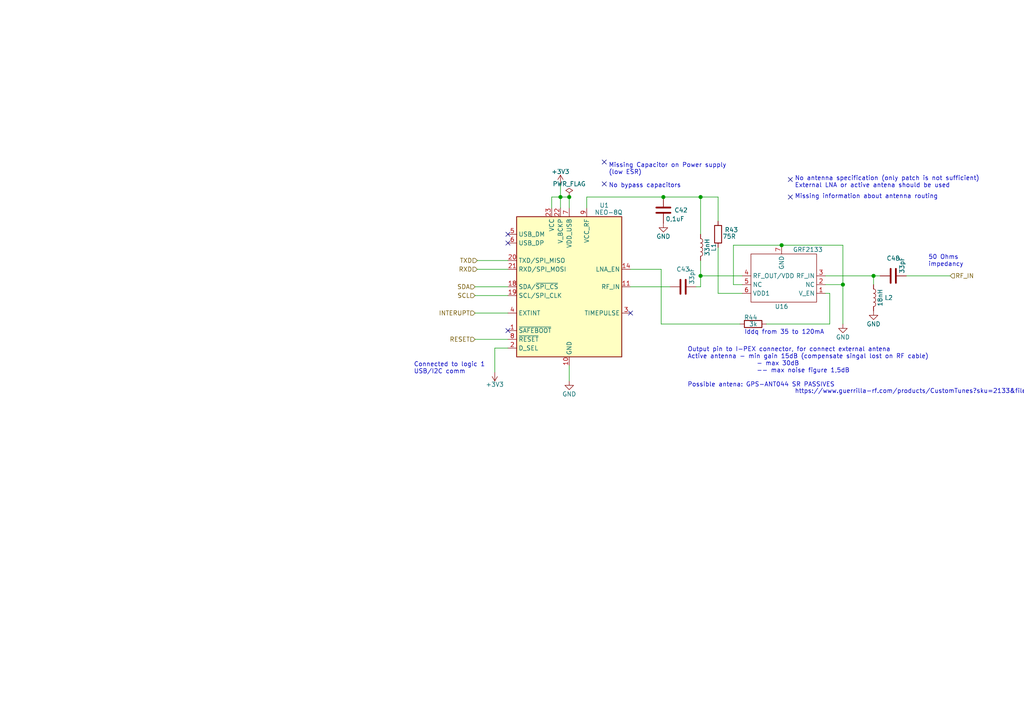
<source format=kicad_sch>
(kicad_sch (version 20210621) (generator eeschema)
  (paper "A4")
  (lib_symbols
    (symbol "Device:C" (pin_numbers hide) (pin_names (offset 0.254))
      (property "Reference" "C" (at 0.635 2.54 0))
      (property "Value" "C" (at 0.635 -2.54 0))
      (symbol "C_0_1"
        (polyline (pts (xy -2.032 -0.762) (xy 2.032 -0.762)) (stroke (width 0.508)))
        (polyline (pts (xy -2.032 0.762) (xy 2.032 0.762)) (stroke (width 0.508)))
      )
      (symbol "C_1_1"
        (pin passive line (at 0 3.81 270) (length 2.794) (name "~") (number "1"))
        (pin passive line (at 0 -3.81 90) (length 2.794) (name "~") (number "2"))
      )
    )
    (symbol "Device:L" (pin_numbers hide) (pin_names (offset 1.016) hide)
      (property "Reference" "L" (at -1.27 0 90))
      (property "Value" "L" (at 1.905 0 90))
      (symbol "L_0_1"
        (arc (start 0 -2.54) (end 0 -1.27) (radius (at 0 -1.905) (length 0.635) (angles -89.9 89.9)))
        (arc (start 0 -1.27) (end 0 0) (radius (at 0 -0.635) (length 0.635) (angles -89.9 89.9)))
        (arc (start 0 0) (end 0 1.27) (radius (at 0 0.635) (length 0.635) (angles -89.9 89.9)))
        (arc (start 0 1.27) (end 0 2.54) (radius (at 0 1.905) (length 0.635) (angles -89.9 89.9)))
      )
      (symbol "L_1_1"
        (pin passive line (at 0 3.81 270) (length 1.27) (name "1") (number "1"))
        (pin passive line (at 0 -3.81 90) (length 1.27) (name "2") (number "2"))
      )
    )
    (symbol "Device:R" (pin_numbers hide) (pin_names (offset 0))
      (property "Reference" "R" (at 2.032 0 90))
      (property "Value" "R" (at 0 0 90))
      (symbol "R_0_1"
        (rectangle (start -1.016 -2.54) (end 1.016 2.54) (stroke (width 0.254)))
      )
      (symbol "R_1_1"
        (pin passive line (at 0 3.81 270) (length 1.27) (name "~") (number "1"))
        (pin passive line (at 0 -3.81 90) (length 1.27) (name "~") (number "2"))
      )
    )
    (symbol "RF_GPS:NEO-8Q"
      (property "Reference" "U" (at -13.97 21.59 0))
      (property "Value" "NEO-8Q" (at 11.43 21.59 0))
      (symbol "NEO-8Q_0_1"
        (rectangle (start -15.24 20.32) (end 15.24 -20.32) (stroke (width 0.254)) (fill (type background)))
      )
      (symbol "NEO-8Q_1_1"
        (pin input line (at -17.78 -12.7 0) (length 2.54) (name "~{SAFEBOOT}") (number "1"))
        (pin power_in line (at 0 -22.86 90) (length 2.54) (name "GND") (number "10"))
        (pin input line (at 17.78 0 180) (length 2.54) (name "RF_IN") (number "11"))
        (pin passive line (at 0 -22.86 90) (length 2.54) hide (name "GND") (number "12"))
        (pin passive line (at 0 -22.86 90) (length 2.54) hide (name "GND") (number "13"))
        (pin output line (at 17.78 5.08 180) (length 2.54) (name "LNA_EN") (number "14"))
        (pin no_connect line (at 15.24 -10.16 180) (length 2.54) hide (name "RESERVED") (number "15"))
        (pin no_connect line (at 15.24 -12.7 180) (length 2.54) hide (name "RESERVED") (number "16"))
        (pin no_connect line (at 15.24 -15.24 180) (length 2.54) hide (name "RESERVED") (number "17"))
        (pin bidirectional line (at -17.78 0 0) (length 2.54) (name "SDA/~{SPI_CS}") (number "18"))
        (pin input line (at -17.78 -2.54 0) (length 2.54) (name "SCL/SPI_CLK") (number "19"))
        (pin input line (at -17.78 -17.78 0) (length 2.54) (name "D_SEL") (number "2"))
        (pin output line (at -17.78 7.62 0) (length 2.54) (name "TXD/SPI_MISO") (number "20"))
        (pin input line (at -17.78 5.08 0) (length 2.54) (name "RXD/SPI_MOSI") (number "21"))
        (pin power_in line (at -2.54 22.86 270) (length 2.54) (name "V_BCKP") (number "22"))
        (pin power_in line (at -5.08 22.86 270) (length 2.54) (name "VCC") (number "23"))
        (pin passive line (at 0 -22.86 90) (length 2.54) hide (name "GND") (number "24"))
        (pin output line (at 17.78 -7.62 180) (length 2.54) (name "TIMEPULSE") (number "3"))
        (pin input line (at -17.78 -7.62 0) (length 2.54) (name "EXTINT") (number "4"))
        (pin bidirectional line (at -17.78 15.24 0) (length 2.54) (name "USB_DM") (number "5"))
        (pin bidirectional line (at -17.78 12.7 0) (length 2.54) (name "USB_DP") (number "6"))
        (pin power_in line (at 0 22.86 270) (length 2.54) (name "VDD_USB") (number "7"))
        (pin input line (at -17.78 -15.24 0) (length 2.54) (name "~{RESET}") (number "8"))
        (pin power_out line (at 5.08 22.86 270) (length 2.54) (name "VCC_RF") (number "9"))
      )
    )
    (symbol "comm:GRF2133"
      (property "Reference" "U" (at 0 6.35 0))
      (property "Value" "GRF2133" (at 0 3.81 0))
      (symbol "GRF2133_0_1"
        (rectangle (start -10.16 2.54) (end 8.89 -11.43) (stroke (width 0.1524)))
      )
      (symbol "GRF2133_1_1"
        (pin input line (at -12.7 0 0) (length 2.54) (name "V_EN") (number "1"))
        (pin input line (at -12.7 -2.54 0) (length 2.54) (name "NC") (number "2"))
        (pin input line (at -12.7 -5.08 0) (length 2.54) (name "RF_IN") (number "3"))
        (pin input line (at 11.43 -5.08 180) (length 2.54) (name "RF_OUT/VDD") (number "4"))
        (pin input line (at 11.43 -2.54 180) (length 2.54) (name "NC") (number "5"))
        (pin input line (at 11.43 0 180) (length 2.54) (name "VDD1") (number "6"))
        (pin input line (at 0 -13.97 90) (length 2.54) (name "GND") (number "7"))
      )
    )
    (symbol "power:+3V3" (power) (pin_names (offset 0))
      (property "Value" "+3V3" (at 0 3.556 0))
      (symbol "+3V3_0_1"
        (polyline (pts (xy -0.762 1.27) (xy 0 2.54)))
        (polyline (pts (xy 0 0) (xy 0 2.54)))
        (polyline (pts (xy 0 2.54) (xy 0.762 1.27)))
      )
      (symbol "+3V3_1_1"
        (pin power_in line (at 0 0 90) (length 0) hide (name "+3V3") (number "1"))
      )
    )
    (symbol "power:GND" (power) (pin_names (offset 0))
      (property "Value" "GND" (at 0 -3.81 0))
      (symbol "GND_0_1"
        (polyline (pts (xy 0 0) (xy 0 -1.27) (xy 1.27 -1.27) (xy 0 -2.54) (xy -1.27 -1.27) (xy 0 -1.27)))
      )
      (symbol "GND_1_1"
        (pin power_in line (at 0 0 270) (length 0) hide (name "GND") (number "1"))
      )
    )
    (symbol "power:PWR_FLAG" (power) (pin_numbers hide) (pin_names (offset 0) hide)
      (property "Value" "PWR_FLAG" (at 0 3.81 0))
      (symbol "PWR_FLAG_0_0"
        (pin power_out line (at 0 0 90) (length 0) (name "pwr") (number "1"))
      )
      (symbol "PWR_FLAG_0_1"
        (polyline (pts (xy 0 0) (xy 0 1.27) (xy -1.016 1.905) (xy 0 2.54) (xy 1.016 1.905) (xy 0 1.27)))
      )
    )
  )
  (junction (at 162.56 57.15) (diameter 1.016))
  (junction (at 165.1 57.15) (diameter 1.016))
  (junction (at 192.405 57.15) (diameter 1.016))
  (junction (at 203.2 57.15) (diameter 1.016))
  (junction (at 203.2 80.01) (diameter 1.016))
  (junction (at 226.695 71.12) (diameter 1.016))
  (junction (at 244.475 82.55) (diameter 1.016))
  (junction (at 253.365 80.01) (diameter 1.016))
  (no_connect (at 147.32 67.945))
  (no_connect (at 147.32 70.485))
  (no_connect (at 147.32 95.885))
  (no_connect (at 175.26 46.99))
  (no_connect (at 175.26 53.34))
  (no_connect (at 182.88 90.805))
  (no_connect (at 229.235 52.07))
  (no_connect (at 229.235 57.15))
  (wire (pts (xy 137.795 83.185) (xy 147.32 83.185)))
  (wire (pts (xy 137.795 85.725) (xy 147.32 85.725)))
  (wire (pts (xy 137.795 90.805) (xy 147.32 90.805)))
  (wire (pts (xy 137.795 98.425) (xy 147.32 98.425)))
  (wire (pts (xy 138.43 75.565) (xy 147.32 75.565)))
  (wire (pts (xy 138.43 78.105) (xy 147.32 78.105)))
  (wire (pts (xy 143.51 100.965) (xy 143.51 107.95)))
  (wire (pts (xy 147.32 100.965) (xy 143.51 100.965)))
  (wire (pts (xy 160.02 57.15) (xy 162.56 57.15)))
  (wire (pts (xy 160.02 60.325) (xy 160.02 57.15)))
  (wire (pts (xy 162.56 53.34) (xy 162.56 57.15)))
  (wire (pts (xy 162.56 57.15) (xy 162.56 60.325)))
  (wire (pts (xy 165.1 57.15) (xy 162.56 57.15)))
  (wire (pts (xy 165.1 60.325) (xy 165.1 57.15)))
  (wire (pts (xy 165.1 106.045) (xy 165.1 110.49)))
  (wire (pts (xy 170.18 57.15) (xy 192.405 57.15)))
  (wire (pts (xy 170.18 60.325) (xy 170.18 57.15)))
  (wire (pts (xy 182.88 78.105) (xy 191.77 78.105)))
  (wire (pts (xy 182.88 83.185) (xy 194.31 83.185)))
  (wire (pts (xy 191.77 78.105) (xy 191.77 93.98)))
  (wire (pts (xy 191.77 93.98) (xy 214.63 93.98)))
  (wire (pts (xy 192.405 57.15) (xy 203.2 57.15)))
  (wire (pts (xy 201.93 83.185) (xy 203.2 83.185)))
  (wire (pts (xy 203.2 57.15) (xy 203.2 67.945)))
  (wire (pts (xy 203.2 57.15) (xy 208.28 57.15)))
  (wire (pts (xy 203.2 75.565) (xy 203.2 80.01)))
  (wire (pts (xy 203.2 80.01) (xy 215.265 80.01)))
  (wire (pts (xy 203.2 83.185) (xy 203.2 80.01)))
  (wire (pts (xy 208.28 64.135) (xy 208.28 57.15)))
  (wire (pts (xy 208.28 71.755) (xy 208.28 85.09)))
  (wire (pts (xy 208.28 85.09) (xy 215.265 85.09)))
  (wire (pts (xy 212.725 71.12) (xy 226.695 71.12)))
  (wire (pts (xy 212.725 82.55) (xy 212.725 71.12)))
  (wire (pts (xy 215.265 82.55) (xy 212.725 82.55)))
  (wire (pts (xy 222.25 93.98) (xy 240.665 93.98)))
  (wire (pts (xy 239.395 80.01) (xy 253.365 80.01)))
  (wire (pts (xy 239.395 82.55) (xy 244.475 82.55)))
  (wire (pts (xy 239.395 85.09) (xy 240.665 85.09)))
  (wire (pts (xy 240.665 85.09) (xy 240.665 93.98)))
  (wire (pts (xy 244.475 71.12) (xy 226.695 71.12)))
  (wire (pts (xy 244.475 82.55) (xy 244.475 71.12)))
  (wire (pts (xy 244.475 82.55) (xy 244.475 93.98)))
  (wire (pts (xy 253.365 80.01) (xy 253.365 82.55)))
  (wire (pts (xy 253.365 80.01) (xy 255.27 80.01)))
  (wire (pts (xy 262.89 80.01) (xy 275.59 80.01)))
  (text "Connected to logic 1 \nUSB/I2C comm\n" (at 120.015 108.585 0) (effects (font (size 1.27 1.27)) (justify left bottom)))
  (text "Missing Capacitor on Power supply\n(low ESR)" (at 176.53 50.8 0) (effects (font (size 1.27 1.27)) (justify left bottom)))
  (text "No bypass capacitors" (at 176.53 54.61 0) (effects (font (size 1.27 1.27)) (justify left bottom)))
  (text "Output pin to I-PEX connector, for connect external antena\nActive antenna - min gain 15dB (compensate singal lost on RF cable)\n				- max 30dB\n				-- max noise figure 1,5dB\n\nPossible antena: GPS-ANT044 SR PASSIVES\n" (at 199.39 112.395 0) (effects (font (size 1.27 1.27)) (justify left bottom)))
  (text "Iddq from 35 to 120mA" (at 215.9 97.155 0) (effects (font (size 1.27 1.27)) (justify left bottom)))
  (text "No antenna specification (only patch is not sufficient)\nExternal LNA or active antena should be used" (at 230.505 54.61 0) (effects (font (size 1.27 1.27)) (justify left bottom)))
  (text "Missing information about antenna routing" (at 230.505 57.785 0) (effects (font (size 1.27 1.27)) (justify left bottom)))
  (text "https://www.guerrilla-rf.com/products/CustomTunes?sku=2133&file_name=GRF2133%201200-1600MHz.pdf" (at 230.505 114.3 0) (effects (font (size 1.27 1.27)) (justify left bottom)))
  (text "50 Ohms\nimpedancy\n" (at 269.24 77.47 0) (effects (font (size 1.27 1.27)) (justify left bottom)))
  (hierarchical_label "SDA" (shape input) (at 137.795 83.185 180))
  (hierarchical_label "SCL" (shape input) (at 137.795 85.725 180))
  (hierarchical_label "INTERUPT" (shape input) (at 137.795 90.805 180))
  (hierarchical_label "RESET" (shape input) (at 137.795 98.425 180))
  (hierarchical_label "TXD" (shape input) (at 138.43 75.565 180))
  (hierarchical_label "RXD" (shape input) (at 138.43 78.105 180))
  (hierarchical_label "RF_IN" (shape input) (at 275.59 80.01 0))
  (symbol (lib_id "power:+3V3") (at 143.51 107.95 180) (unit 1)
    (property "Reference" "#PWR0136" (effects hide))
    (property "Value" "+3V3" (at 143.51 111.506 0))
  )
  (symbol (lib_id "power:+3V3") (at 162.56 53.34 0) (unit 1)
    (property "Reference" "#PWR0152" (effects hide))
    (property "Value" "+3V3" (at 162.56 49.784 0))
  )
  (symbol (lib_id "power:PWR_FLAG") (at 165.1 57.15 0) (unit 1)
    (property "Reference" "#FLG0111" (effects hide))
    (property "Value" "PWR_FLAG" (at 165.1 53.34 0))
  )
  (symbol (lib_id "power:GND") (at 165.1 110.49 0) (unit 1)
    (property "Reference" "#PWR0108" (effects hide))
    (property "Value" "GND" (at 165.1 114.3 0))
  )
  (symbol (lib_id "power:GND") (at 192.405 64.77 0) (unit 1)
    (property "Reference" "#PWR0151" (effects hide))
    (property "Value" "GND" (at 192.405 68.58 0))
  )
  (symbol (lib_id "power:GND") (at 244.475 93.98 0) (unit 1)
    (property "Reference" "#PWR0149" (effects hide))
    (property "Value" "GND" (at 244.475 97.79 0))
  )
  (symbol (lib_id "power:GND") (at 253.365 90.17 0) (unit 1)
    (property "Reference" "#PWR0150" (effects hide))
    (property "Value" "GND" (at 253.365 93.98 0))
  )
  (symbol (lib_id "Device:L") (at 203.2 71.755 0) (unit 1)
    (property "Reference" "L1" (at 207.01 71.755 90))
    (property "Value" "33nH" (at 205.105 71.755 90))
  )
  (symbol (lib_id "Device:L") (at 253.365 86.36 0) (unit 1)
    (property "Reference" "L2" (at 256.54 86.3599 0) (effects (justify left)))
    (property "Value" "18nH" (at 255.27 86.36 90))
  )
  (symbol (lib_id "Device:R") (at 208.28 67.945 0) (unit 1)
    (property "Reference" "R43" (at 210.185 66.6749 0) (effects (justify left)))
    (property "Value" "75R" (at 209.55 68.5799 0) (effects (justify left)))
    (property "Footprint" "Resistor_SMD:R_0603_1608Metric" (effects hide))
  )
  (symbol (lib_id "Device:R") (at 218.44 93.98 90) (unit 1)
    (property "Reference" "R44" (at 219.7099 92.075 90) (effects (justify left)))
    (property "Value" "3k" (at 219.7099 93.98 90) (effects (justify left)))
    (property "Footprint" "Resistor_SMD:R_0603_1608Metric" (effects hide))
  )
  (symbol (lib_id "Device:C") (at 192.405 60.96 0) (unit 1)
    (property "Reference" "C42" (at 195.58 60.9599 0) (effects (justify left)))
    (property "Value" "0,1uF" (at 193.04 63.5 0) (effects (justify left)))
    (property "Footprint" "Capacitor_SMD:C_0603_1608Metric" (effects hide))
  )
  (symbol (lib_id "Device:C") (at 198.12 83.185 90) (unit 1)
    (property "Reference" "C43" (at 198.12 78.105 90))
    (property "Value" "33pF" (at 200.66 82.55 0) (effects (justify left)))
    (property "Footprint" "Capacitor_SMD:C_0603_1608Metric" (effects hide))
  )
  (symbol (lib_id "Device:C") (at 259.08 80.01 90) (unit 1)
    (property "Reference" "C48" (at 259.08 74.93 90))
    (property "Value" "33pF" (at 261.62 79.375 0) (effects (justify left)))
    (property "Footprint" "Capacitor_SMD:C_0603_1608Metric" (effects hide))
  )
  (symbol (lib_id "comm:GRF2133") (at 226.695 85.09 180) (unit 1)
    (property "Reference" "U16" (at 226.695 88.9 0))
    (property "Value" "GRF2133" (at 234.315 72.39 0))
  )
  (symbol (lib_id "RF_GPS:NEO-8Q") (at 165.1 83.185 0) (unit 1)
    (property "Reference" "U1" (at 175.26 59.5536 0))
    (property "Value" "NEO-8Q" (at 176.53 61.595 0))
    (property "Footprint" "RF_GPS:ublox_NEO" (effects hide))
    (property "Datasheet" "https://www.u-blox.com/sites/default/files/NEO-8Q_DataSheet_%28UBX-15031913%29.pdf" (effects hide))
  )
)
</source>
